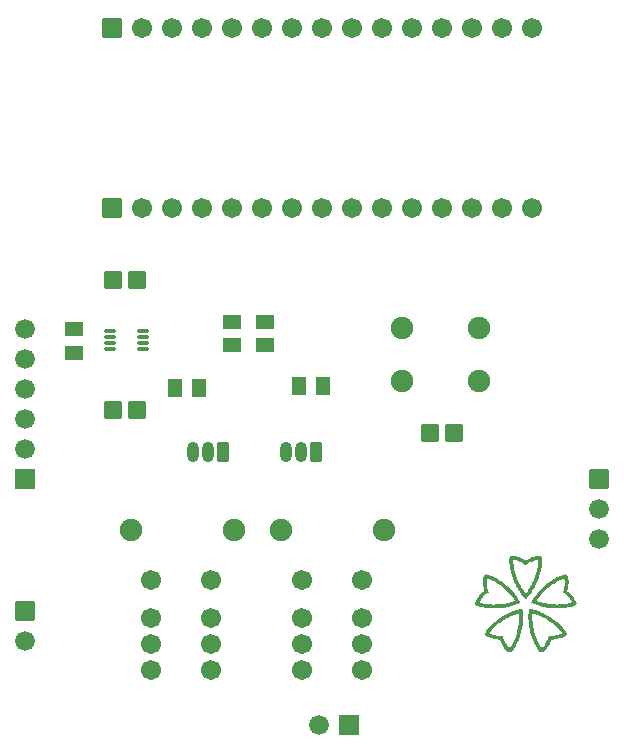
<source format=gts>
G04 Layer: TopSolderMaskLayer*
G04 EasyEDA v6.5.22, 2023-11-14 22:50:32*
G04 e9b09aeb9267423f9454c27dff36c41a,e380eaf7f1bc463bad4fc33596f4f57f,10*
G04 Gerber Generator version 0.2*
G04 Scale: 100 percent, Rotated: No, Reflected: No *
G04 Dimensions in millimeters *
G04 leading zeros omitted , absolute positions ,4 integer and 5 decimal *
%FSLAX45Y45*%
%MOMM*%

%AMMACRO1*1,1,$1,$2,$3*1,1,$1,$4,$5*1,1,$1,0-$2,0-$3*1,1,$1,0-$4,0-$5*20,1,$1,$2,$3,$4,$5,0*20,1,$1,$4,$5,0-$2,0-$3,0*20,1,$1,0-$2,0-$3,0-$4,0-$5,0*20,1,$1,0-$4,0-$5,$2,$3,0*4,1,4,$2,$3,$4,$5,0-$2,0-$3,0-$4,0-$5,$2,$3,0*%
%ADD10MACRO1,0.1016X0.705X0.675X0.705X-0.675*%
%ADD11MACRO1,0.1016X-0.705X0.675X-0.705X-0.675*%
%ADD12C,1.9016*%
%ADD13MACRO1,0.1016X-0.705X-0.675X-0.705X0.675*%
%ADD14MACRO1,0.1016X0.705X-0.675X0.705X0.675*%
%ADD15MACRO1,0.1016X0.7874X-0.7874X-0.7874X-0.7874*%
%ADD16C,1.6764*%
%ADD17R,1.6764X1.6764*%
%ADD18MACRO1,0.1016X0.7874X0.7874X0.7874X-0.7874*%
%ADD19O,1.0015981999999999X1.7015968*%
%ADD20MACRO1,0.1016X-0.45X0.8X0.45X0.8*%
%ADD21MACRO1,0.1016X0.5663X0.6885X0.5663X-0.6885*%
%ADD22MACRO1,0.1016X-0.5663X0.6885X-0.5663X-0.6885*%
%ADD23MACRO1,0.1016X-0.6885X0.5663X0.6885X0.5663*%
%ADD24MACRO1,0.1016X-0.6885X-0.5663X0.6885X-0.5663*%
%ADD25MACRO1,0.1016X0.6885X-0.5663X-0.6885X-0.5663*%
%ADD26MACRO1,0.1016X0.6885X0.5663X-0.6885X0.5663*%
%ADD27MACRO1,0.1016X0.8X-0.8X-0.8X-0.8*%
%ADD28C,1.7016*%
%ADD29O,1.006602X0.38160960000000005*%
%ADD30O,0.0107X0.38160960000000005*%

%LPD*%
G36*
X5325364Y3061716D02*
G01*
X5317642Y3061411D01*
X5314035Y3060903D01*
X5310682Y3059988D01*
X5307584Y3058566D01*
X5304739Y3056534D01*
X5302300Y3053740D01*
X5300167Y3050184D01*
X5298490Y3045663D01*
X5297220Y3040075D01*
X5296408Y3033369D01*
X5296154Y3025394D01*
X5296283Y3016504D01*
X5329936Y3016504D01*
X5330139Y3021076D01*
X5331002Y3024428D01*
X5332831Y3026460D01*
X5336032Y3027172D01*
X5338876Y3026968D01*
X5342483Y3026359D01*
X5351678Y3023870D01*
X5357114Y3022092D01*
X5369356Y3017316D01*
X5383123Y3011068D01*
X5397855Y3003499D01*
X5412994Y2994609D01*
X5420614Y2989681D01*
X5428183Y2984449D01*
X5435600Y2978912D01*
X5443016Y2984449D01*
X5458155Y2994609D01*
X5473344Y3003499D01*
X5488025Y3011068D01*
X5501690Y3017316D01*
X5513832Y3022092D01*
X5524042Y3025292D01*
X5528208Y3026359D01*
X5531662Y3026968D01*
X5534406Y3027172D01*
X5538063Y3026460D01*
X5540095Y3024428D01*
X5541060Y3021076D01*
X5541264Y3016504D01*
X5541060Y3006344D01*
X5540400Y2995777D01*
X5539333Y2984957D01*
X5537809Y2973882D01*
X5535930Y2962503D01*
X5533644Y2950972D01*
X5530951Y2939237D01*
X5527903Y2927400D01*
X5524500Y2915412D01*
X5520690Y2903372D01*
X5516575Y2891282D01*
X5512155Y2879140D01*
X5507380Y2867050D01*
X5502300Y2855061D01*
X5496915Y2843123D01*
X5491226Y2831287D01*
X5485231Y2819654D01*
X5478983Y2808173D01*
X5472480Y2796946D01*
X5465724Y2785973D01*
X5458714Y2775254D01*
X5451500Y2764891D01*
X5444032Y2754884D01*
X5436362Y2745232D01*
X5434838Y2745232D01*
X5426913Y2754884D01*
X5419293Y2764891D01*
X5411876Y2775254D01*
X5404764Y2785973D01*
X5397906Y2796946D01*
X5391353Y2808173D01*
X5385054Y2819654D01*
X5379059Y2831287D01*
X5373420Y2843123D01*
X5368036Y2855061D01*
X5363006Y2867050D01*
X5358282Y2879140D01*
X5353913Y2891282D01*
X5349849Y2903372D01*
X5346192Y2915412D01*
X5342839Y2927400D01*
X5339892Y2939237D01*
X5337302Y2950972D01*
X5335066Y2962503D01*
X5333238Y2973882D01*
X5331815Y2984957D01*
X5330748Y2995777D01*
X5330139Y3006344D01*
X5329936Y3016504D01*
X5296283Y3016504D01*
X5297170Y2999841D01*
X5299456Y2978353D01*
X5303062Y2956052D01*
X5305298Y2944672D01*
X5307888Y2933192D01*
X5310784Y2921609D01*
X5313984Y2909925D01*
X5317490Y2898190D01*
X5321300Y2886405D01*
X5325414Y2874619D01*
X5329834Y2862834D01*
X5334558Y2851048D01*
X5339537Y2839364D01*
X5350459Y2816148D01*
X5356301Y2804718D01*
X5362498Y2793441D01*
X5368950Y2782316D01*
X5375656Y2771343D01*
X5382666Y2760624D01*
X5389930Y2750108D01*
X5397500Y2739796D01*
X5405323Y2729788D01*
X5413451Y2720086D01*
X5421782Y2710688D01*
X5434838Y2697226D01*
X5436362Y2697226D01*
X5445099Y2706116D01*
X5453634Y2715361D01*
X5461863Y2724912D01*
X5469788Y2734767D01*
X5477510Y2744927D01*
X5484926Y2755341D01*
X5492089Y2765958D01*
X5498947Y2776829D01*
X5505500Y2787853D01*
X5511850Y2799080D01*
X5517845Y2810408D01*
X5523585Y2821940D01*
X5529021Y2833522D01*
X5534202Y2845206D01*
X5539028Y2856941D01*
X5543600Y2868726D01*
X5547868Y2880512D01*
X5551830Y2892298D01*
X5555488Y2904032D01*
X5558840Y2915767D01*
X5561888Y2927400D01*
X5564632Y2938932D01*
X5567070Y2950362D01*
X5569153Y2961690D01*
X5570931Y2972816D01*
X5572404Y2983788D01*
X5573572Y2994558D01*
X5574385Y3005074D01*
X5574893Y3015386D01*
X5575046Y3025394D01*
X5574385Y3036874D01*
X5572556Y3045663D01*
X5569813Y3052064D01*
X5566359Y3056534D01*
X5562447Y3059328D01*
X5558332Y3060903D01*
X5554218Y3061563D01*
X5550408Y3061716D01*
X5546598Y3061563D01*
X5537454Y3060344D01*
X5526633Y3058058D01*
X5514492Y3054807D01*
X5501538Y3050692D01*
X5488228Y3045917D01*
X5474970Y3040532D01*
X5462270Y3034690D01*
X5450484Y3028594D01*
X5445099Y3025444D01*
X5440121Y3022244D01*
X5435600Y3019044D01*
X5431129Y3022244D01*
X5420918Y3028594D01*
X5409488Y3034690D01*
X5397195Y3040532D01*
X5384495Y3045917D01*
X5371744Y3050692D01*
X5359450Y3054807D01*
X5347919Y3058058D01*
X5337606Y3060344D01*
X5328970Y3061563D01*
G37*
G36*
X5770321Y2902102D02*
G01*
X5764631Y2901645D01*
X5757976Y2900324D01*
X5750306Y2898140D01*
X5740806Y2894888D01*
X5731154Y2891282D01*
X5721350Y2887268D01*
X5701436Y2878124D01*
X5681268Y2867456D01*
X5671108Y2861665D01*
X5660948Y2855468D01*
X5650788Y2848965D01*
X5640679Y2842158D01*
X5630621Y2835046D01*
X5620613Y2827629D01*
X5610707Y2819958D01*
X5600903Y2811983D01*
X5591200Y2803702D01*
X5581700Y2795219D01*
X5572353Y2786430D01*
X5554218Y2768244D01*
X5537047Y2749092D01*
X5528868Y2739237D01*
X5520944Y2729179D01*
X5513374Y2718917D01*
X5506110Y2708503D01*
X5499201Y2697886D01*
X5488855Y2680462D01*
X5527040Y2680462D01*
X5533745Y2690926D01*
X5540908Y2701290D01*
X5548426Y2711500D01*
X5556402Y2721559D01*
X5564682Y2731465D01*
X5573318Y2741168D01*
X5582208Y2750616D01*
X5591403Y2759913D01*
X5600852Y2768904D01*
X5610504Y2777642D01*
X5620359Y2786126D01*
X5630316Y2794304D01*
X5640425Y2802178D01*
X5650636Y2809748D01*
X5660948Y2816961D01*
X5671261Y2823768D01*
X5681624Y2830271D01*
X5691936Y2836316D01*
X5702249Y2842006D01*
X5712460Y2847238D01*
X5722569Y2852013D01*
X5732576Y2856382D01*
X5742432Y2860243D01*
X5752084Y2863596D01*
X5756249Y2864561D01*
X5759500Y2864764D01*
X5761939Y2863697D01*
X5763514Y2860802D01*
X5764326Y2858058D01*
X5765444Y2850134D01*
X5765901Y2839415D01*
X5765546Y2826359D01*
X5764225Y2811475D01*
X5761837Y2795168D01*
X5760212Y2786634D01*
X5758230Y2777896D01*
X5755944Y2769108D01*
X5753303Y2760218D01*
X5750306Y2751328D01*
X5757824Y2746044D01*
X5765088Y2740558D01*
X5772099Y2734919D01*
X5785053Y2723388D01*
X5796534Y2711907D01*
X5806338Y2700883D01*
X5814314Y2690876D01*
X5817565Y2686405D01*
X5822442Y2678684D01*
X5824016Y2675585D01*
X5824982Y2673096D01*
X5825490Y2669235D01*
X5824372Y2666542D01*
X5821578Y2664409D01*
X5817108Y2662428D01*
X5807405Y2659481D01*
X5797245Y2656840D01*
X5786729Y2654503D01*
X5775756Y2652522D01*
X5764479Y2650794D01*
X5752846Y2649423D01*
X5740958Y2648356D01*
X5728868Y2647594D01*
X5716473Y2647188D01*
X5703976Y2647035D01*
X5684875Y2647442D01*
X5659170Y2649118D01*
X5646216Y2650388D01*
X5633262Y2652014D01*
X5620359Y2653944D01*
X5607558Y2656179D01*
X5594807Y2658719D01*
X5582208Y2661615D01*
X5569762Y2664815D01*
X5557520Y2668320D01*
X5545531Y2672130D01*
X5528056Y2678430D01*
X5527040Y2680462D01*
X5488855Y2680462D01*
X5480812Y2665222D01*
X5481828Y2663444D01*
X5493004Y2657856D01*
X5504383Y2652623D01*
X5516016Y2647746D01*
X5527802Y2643225D01*
X5539841Y2639009D01*
X5551982Y2635199D01*
X5564276Y2631643D01*
X5576722Y2628493D01*
X5589219Y2625598D01*
X5601817Y2623058D01*
X5614466Y2620822D01*
X5627116Y2618943D01*
X5639816Y2617317D01*
X5652465Y2615996D01*
X5665114Y2614980D01*
X5677712Y2614269D01*
X5702655Y2613710D01*
X5714949Y2613812D01*
X5727090Y2614218D01*
X5750915Y2615844D01*
X5762548Y2617063D01*
X5773928Y2618536D01*
X5795975Y2622194D01*
X5816854Y2626868D01*
X5826810Y2629560D01*
X5836412Y2632456D01*
X5847181Y2636570D01*
X5855055Y2640990D01*
X5860389Y2645664D01*
X5863590Y2650388D01*
X5865063Y2655112D01*
X5865266Y2659634D01*
X5864555Y2663901D01*
X5861659Y2672283D01*
X5859576Y2677058D01*
X5854395Y2687116D01*
X5847994Y2697683D01*
X5840628Y2708452D01*
X5832449Y2719222D01*
X5823712Y2729738D01*
X5814669Y2739745D01*
X5805474Y2748940D01*
X5796432Y2757119D01*
X5787644Y2764028D01*
X5790793Y2774696D01*
X5793384Y2786837D01*
X5795416Y2799943D01*
X5796838Y2813558D01*
X5797753Y2827223D01*
X5798058Y2840583D01*
X5797854Y2853080D01*
X5797042Y2864307D01*
X5795670Y2873806D01*
X5793740Y2881122D01*
X5791047Y2888437D01*
X5789472Y2891688D01*
X5787542Y2894685D01*
X5785256Y2897225D01*
X5782513Y2899359D01*
X5779160Y2900883D01*
X5775096Y2901848D01*
G37*
G36*
X5100878Y2902102D02*
G01*
X5096103Y2901848D01*
X5092039Y2900883D01*
X5088686Y2899359D01*
X5085943Y2897225D01*
X5083657Y2894685D01*
X5081727Y2891688D01*
X5080152Y2888437D01*
X5077460Y2881122D01*
X5075529Y2873806D01*
X5074158Y2864307D01*
X5073345Y2853080D01*
X5073142Y2840583D01*
X5073446Y2827223D01*
X5074361Y2813558D01*
X5075783Y2799943D01*
X5077815Y2786837D01*
X5080406Y2774696D01*
X5083556Y2764028D01*
X5079187Y2760726D01*
X5070094Y2752953D01*
X5060746Y2743962D01*
X5051298Y2733954D01*
X5042103Y2723337D01*
X5033467Y2712415D01*
X5025542Y2701442D01*
X5018684Y2690825D01*
X5013147Y2680868D01*
X5009184Y2671826D01*
X5008342Y2669235D01*
X5045710Y2669235D01*
X5046218Y2673096D01*
X5047183Y2675585D01*
X5048758Y2678684D01*
X5053634Y2686405D01*
X5060645Y2695752D01*
X5069535Y2706319D01*
X5074666Y2711907D01*
X5086146Y2723388D01*
X5099100Y2734919D01*
X5106111Y2740558D01*
X5113375Y2746044D01*
X5120894Y2751328D01*
X5117896Y2760218D01*
X5115306Y2769108D01*
X5113020Y2777998D01*
X5111140Y2786786D01*
X5109565Y2795371D01*
X5107279Y2811830D01*
X5106111Y2826918D01*
X5105857Y2840126D01*
X5106416Y2850896D01*
X5107635Y2858820D01*
X5108448Y2861564D01*
X5110124Y2864510D01*
X5112562Y2865628D01*
X5115763Y2865424D01*
X5119878Y2864358D01*
X5129580Y2861005D01*
X5139436Y2857144D01*
X5149392Y2852775D01*
X5159552Y2847949D01*
X5169712Y2842666D01*
X5179974Y2836976D01*
X5190286Y2830880D01*
X5200599Y2824378D01*
X5210911Y2817469D01*
X5221122Y2810205D01*
X5231282Y2802636D01*
X5241340Y2794711D01*
X5251297Y2786481D01*
X5265877Y2773578D01*
X5275376Y2764637D01*
X5284622Y2755442D01*
X5293664Y2746044D01*
X5302351Y2736443D01*
X5310784Y2726639D01*
X5318861Y2716631D01*
X5326583Y2706471D01*
X5333949Y2696159D01*
X5344160Y2680462D01*
X5343144Y2678430D01*
X5331561Y2674162D01*
X5319674Y2670149D01*
X5307584Y2666492D01*
X5295239Y2663190D01*
X5282742Y2660142D01*
X5270042Y2657449D01*
X5257241Y2655011D01*
X5244388Y2652928D01*
X5231485Y2651201D01*
X5218531Y2649728D01*
X5205577Y2648559D01*
X5192725Y2647746D01*
X5179923Y2647238D01*
X5160924Y2647086D01*
X5148478Y2647340D01*
X5136235Y2647950D01*
X5124246Y2648864D01*
X5112512Y2650083D01*
X5101031Y2651607D01*
X5089906Y2653487D01*
X5079187Y2655620D01*
X5068824Y2658110D01*
X5054092Y2662428D01*
X5049621Y2664409D01*
X5046827Y2666542D01*
X5045710Y2669235D01*
X5008342Y2669235D01*
X5006644Y2663901D01*
X5005933Y2659634D01*
X5006136Y2655112D01*
X5007610Y2650388D01*
X5010810Y2645664D01*
X5016144Y2640990D01*
X5024018Y2636570D01*
X5034788Y2632456D01*
X5044389Y2629560D01*
X5054346Y2626868D01*
X5075224Y2622194D01*
X5097272Y2618536D01*
X5108651Y2617063D01*
X5120284Y2615844D01*
X5144109Y2614218D01*
X5156250Y2613812D01*
X5180990Y2613863D01*
X5193487Y2614269D01*
X5206085Y2614980D01*
X5218734Y2615996D01*
X5231384Y2617317D01*
X5244084Y2618943D01*
X5256733Y2620822D01*
X5269382Y2623058D01*
X5281980Y2625598D01*
X5294477Y2628493D01*
X5306923Y2631643D01*
X5319217Y2635199D01*
X5331358Y2639009D01*
X5343398Y2643225D01*
X5355183Y2647746D01*
X5366816Y2652623D01*
X5378196Y2657856D01*
X5389372Y2663444D01*
X5390388Y2665222D01*
X5384647Y2676245D01*
X5378500Y2687167D01*
X5371998Y2697886D01*
X5365089Y2708503D01*
X5357825Y2718917D01*
X5350256Y2729179D01*
X5342331Y2739237D01*
X5334152Y2749092D01*
X5316982Y2768244D01*
X5298846Y2786430D01*
X5289499Y2795219D01*
X5279999Y2803702D01*
X5270296Y2811983D01*
X5260492Y2819958D01*
X5250586Y2827629D01*
X5240578Y2835046D01*
X5230520Y2842158D01*
X5220411Y2848965D01*
X5210251Y2855468D01*
X5200091Y2861665D01*
X5179822Y2872943D01*
X5169763Y2878124D01*
X5149850Y2887268D01*
X5140045Y2891282D01*
X5130393Y2894888D01*
X5120894Y2898140D01*
X5113223Y2900324D01*
X5106568Y2901645D01*
G37*
G36*
X5464810Y2611120D02*
G01*
X5463286Y2610104D01*
X5461457Y2597759D01*
X5459984Y2585313D01*
X5458968Y2572715D01*
X5458307Y2560066D01*
X5458053Y2545994D01*
X5490768Y2545994D01*
X5490921Y2558592D01*
X5491480Y2570988D01*
X5492496Y2572004D01*
X5504637Y2568854D01*
X5516829Y2565247D01*
X5528970Y2561183D01*
X5541111Y2556713D01*
X5553151Y2551887D01*
X5565140Y2546654D01*
X5577027Y2541066D01*
X5588812Y2535174D01*
X5600395Y2528976D01*
X5611774Y2522524D01*
X5623001Y2515768D01*
X5633923Y2508808D01*
X5644642Y2501595D01*
X5655056Y2494229D01*
X5665165Y2486660D01*
X5674918Y2478938D01*
X5684316Y2471115D01*
X5693359Y2463190D01*
X5701944Y2455164D01*
X5710123Y2447036D01*
X5717794Y2438908D01*
X5725007Y2430780D01*
X5731713Y2422652D01*
X5737860Y2414524D01*
X5740247Y2410866D01*
X5741720Y2407767D01*
X5741466Y2405176D01*
X5736590Y2401519D01*
X5733389Y2399792D01*
X5729478Y2398014D01*
X5719368Y2394356D01*
X5706719Y2390698D01*
X5691936Y2387346D01*
X5675579Y2384552D01*
X5657951Y2382520D01*
X5648807Y2381859D01*
X5639511Y2381554D01*
X5630164Y2381504D01*
X5627522Y2372766D01*
X5624525Y2364181D01*
X5621274Y2355799D01*
X5617768Y2347671D01*
X5610352Y2332380D01*
X5602681Y2318562D01*
X5595162Y2306675D01*
X5588254Y2296972D01*
X5582310Y2289911D01*
X5579872Y2287422D01*
X5577840Y2285746D01*
X5574233Y2284069D01*
X5571134Y2284476D01*
X5567984Y2286609D01*
X5564378Y2290064D01*
X5558688Y2298344D01*
X5553151Y2307132D01*
X5547817Y2316480D01*
X5542584Y2326233D01*
X5537555Y2336495D01*
X5532729Y2347112D01*
X5528106Y2358085D01*
X5523687Y2369464D01*
X5519521Y2381097D01*
X5515559Y2393035D01*
X5511850Y2405176D01*
X5508396Y2417572D01*
X5505246Y2430119D01*
X5502351Y2442819D01*
X5498541Y2462123D01*
X5496407Y2475077D01*
X5494629Y2488031D01*
X5493156Y2500985D01*
X5491988Y2513939D01*
X5491226Y2526842D01*
X5490768Y2545994D01*
X5458053Y2545994D01*
X5458155Y2534513D01*
X5458612Y2521661D01*
X5459425Y2508859D01*
X5460542Y2496007D01*
X5462016Y2483205D01*
X5463794Y2470454D01*
X5465876Y2457754D01*
X5469534Y2438857D01*
X5472328Y2426411D01*
X5475376Y2414117D01*
X5482285Y2389936D01*
X5486044Y2378151D01*
X5490057Y2366518D01*
X5498744Y2344064D01*
X5503367Y2333193D01*
X5508142Y2322677D01*
X5513120Y2312416D01*
X5518251Y2302459D01*
X5523534Y2292908D01*
X5528970Y2283663D01*
X5534507Y2274874D01*
X5543042Y2262378D01*
X5550408Y2253640D01*
X5557113Y2247747D01*
X5563260Y2244191D01*
X5568746Y2242718D01*
X5573725Y2242718D01*
X5578195Y2243937D01*
X5582158Y2245868D01*
X5585714Y2248154D01*
X5591657Y2253386D01*
X5598566Y2260701D01*
X5606135Y2269794D01*
X5614111Y2280208D01*
X5622137Y2291638D01*
X5630011Y2303627D01*
X5637326Y2315768D01*
X5643880Y2327808D01*
X5649264Y2339238D01*
X5653278Y2349754D01*
X5664454Y2350008D01*
X5676747Y2351278D01*
X5689854Y2353411D01*
X5703265Y2356307D01*
X5716574Y2359710D01*
X5729427Y2363571D01*
X5741314Y2367635D01*
X5751880Y2371852D01*
X5760669Y2376017D01*
X5767324Y2379980D01*
X5773267Y2384856D01*
X5775858Y2387396D01*
X5778093Y2390140D01*
X5779820Y2393137D01*
X5780989Y2396439D01*
X5781446Y2400147D01*
X5781090Y2404313D01*
X5779922Y2408986D01*
X5777687Y2414270D01*
X5774385Y2420264D01*
X5766917Y2430983D01*
X5760720Y2439009D01*
X5754116Y2447036D01*
X5747054Y2455113D01*
X5739638Y2463139D01*
X5723636Y2479090D01*
X5715152Y2486964D01*
X5697118Y2502458D01*
X5677865Y2517495D01*
X5667857Y2524810D01*
X5657596Y2531922D01*
X5647080Y2538882D01*
X5625388Y2552192D01*
X5608574Y2561539D01*
X5597194Y2567482D01*
X5585612Y2573121D01*
X5573928Y2578506D01*
X5562092Y2583586D01*
X5550154Y2588310D01*
X5538114Y2592730D01*
X5526024Y2596794D01*
X5513832Y2600452D01*
X5501589Y2603754D01*
X5489346Y2606649D01*
X5477103Y2609088D01*
G37*
G36*
X5406390Y2611120D02*
G01*
X5394096Y2609088D01*
X5381853Y2606649D01*
X5369610Y2603754D01*
X5357368Y2600452D01*
X5345176Y2596794D01*
X5333085Y2592730D01*
X5321046Y2588310D01*
X5309108Y2583586D01*
X5297271Y2578506D01*
X5285587Y2573121D01*
X5274005Y2567482D01*
X5262626Y2561539D01*
X5245811Y2552192D01*
X5224119Y2538882D01*
X5213604Y2531922D01*
X5203342Y2524810D01*
X5193334Y2517495D01*
X5174081Y2502458D01*
X5156047Y2486964D01*
X5147564Y2479090D01*
X5131562Y2463139D01*
X5124145Y2455113D01*
X5117084Y2447036D01*
X5110480Y2439009D01*
X5101336Y2426970D01*
X5095036Y2417165D01*
X5091277Y2408986D01*
X5091002Y2407767D01*
X5129479Y2407767D01*
X5130952Y2410866D01*
X5133340Y2414524D01*
X5139486Y2422652D01*
X5146192Y2430780D01*
X5153406Y2438908D01*
X5161076Y2447036D01*
X5169255Y2455164D01*
X5177840Y2463190D01*
X5186883Y2471115D01*
X5196281Y2478938D01*
X5206034Y2486660D01*
X5216144Y2494229D01*
X5226558Y2501595D01*
X5237276Y2508808D01*
X5248198Y2515768D01*
X5259425Y2522524D01*
X5270804Y2528976D01*
X5282387Y2535174D01*
X5294172Y2541066D01*
X5306060Y2546654D01*
X5318048Y2551887D01*
X5330088Y2556713D01*
X5342229Y2561183D01*
X5354370Y2565247D01*
X5366562Y2568854D01*
X5378704Y2572004D01*
X5379720Y2570988D01*
X5380278Y2558592D01*
X5380431Y2545994D01*
X5380228Y2533243D01*
X5379618Y2520391D01*
X5378653Y2507488D01*
X5377383Y2494534D01*
X5375706Y2481529D01*
X5373725Y2468575D01*
X5370220Y2449220D01*
X5364429Y2423820D01*
X5361127Y2411374D01*
X5357520Y2399080D01*
X5353710Y2387041D01*
X5349646Y2375255D01*
X5345328Y2363724D01*
X5340807Y2352548D01*
X5336082Y2341727D01*
X5331155Y2331313D01*
X5326024Y2321306D01*
X5320741Y2311755D01*
X5315305Y2302662D01*
X5306822Y2290064D01*
X5303215Y2286609D01*
X5300065Y2284476D01*
X5296966Y2284069D01*
X5293360Y2285746D01*
X5291328Y2287422D01*
X5286095Y2293112D01*
X5282946Y2296972D01*
X5276037Y2306675D01*
X5268518Y2318562D01*
X5260848Y2332380D01*
X5253431Y2347671D01*
X5249926Y2355799D01*
X5246674Y2364181D01*
X5243677Y2372766D01*
X5241036Y2381504D01*
X5231739Y2381554D01*
X5222494Y2381859D01*
X5213350Y2382520D01*
X5195773Y2384552D01*
X5179364Y2387346D01*
X5164582Y2390698D01*
X5157927Y2392476D01*
X5146497Y2396185D01*
X5137810Y2399792D01*
X5134610Y2401519D01*
X5129733Y2405176D01*
X5129479Y2407767D01*
X5091002Y2407767D01*
X5089753Y2402230D01*
X5090007Y2396642D01*
X5091785Y2391968D01*
X5094681Y2388057D01*
X5098338Y2384602D01*
X5105450Y2379218D01*
X5109108Y2376932D01*
X5118049Y2372360D01*
X5128717Y2367838D01*
X5140706Y2363571D01*
X5153660Y2359609D01*
X5167122Y2356154D01*
X5180685Y2353310D01*
X5193944Y2351227D01*
X5206492Y2350008D01*
X5217922Y2349754D01*
X5221732Y2339390D01*
X5226710Y2328265D01*
X5232654Y2316683D01*
X5239308Y2304999D01*
X5246522Y2293467D01*
X5254142Y2282393D01*
X5261914Y2272182D01*
X5269687Y2262987D01*
X5277256Y2255215D01*
X5280914Y2251964D01*
X5288026Y2246579D01*
X5292039Y2244394D01*
X5296509Y2242972D01*
X5301538Y2242820D01*
X5307076Y2244293D01*
X5313172Y2247747D01*
X5319826Y2253640D01*
X5327142Y2262378D01*
X5332882Y2270607D01*
X5338521Y2279243D01*
X5344058Y2288235D01*
X5349443Y2297633D01*
X5354726Y2307386D01*
X5359857Y2317496D01*
X5364835Y2327910D01*
X5369610Y2338578D01*
X5374233Y2349601D01*
X5382818Y2372309D01*
X5386832Y2383993D01*
X5392369Y2401925D01*
X5398871Y2426411D01*
X5401716Y2438857D01*
X5404307Y2451455D01*
X5406593Y2464104D01*
X5408574Y2476804D01*
X5410250Y2489606D01*
X5412079Y2508859D01*
X5412892Y2521661D01*
X5413349Y2534513D01*
X5413451Y2547315D01*
X5413146Y2560066D01*
X5412486Y2572715D01*
X5411368Y2585313D01*
X5409844Y2597759D01*
X5407914Y2610104D01*
G37*
D10*
G01*
X4624397Y4102100D03*
D11*
G01*
X4824402Y4102100D03*
D12*
G01*
X5036820Y4537455D03*
G01*
X5036820Y4987544D03*
G01*
X4386579Y4537455D03*
G01*
X4386579Y4987544D03*
D10*
G01*
X1944697Y4292600D03*
D11*
G01*
X2144702Y4292600D03*
D13*
G01*
X2144702Y5397500D03*
D14*
G01*
X1944697Y5397500D03*
D12*
G01*
X2962300Y3276600D03*
G01*
X2092299Y3276600D03*
G01*
X4232300Y3276600D03*
G01*
X3362299Y3276600D03*
D15*
G01*
X1193800Y2590800D03*
D16*
G01*
X1193800Y2336800D03*
D17*
G01*
X3937000Y1625600D03*
D16*
G01*
X3683000Y1625600D03*
G01*
X1193800Y4978400D03*
G01*
X1193800Y4724400D03*
G01*
X1193800Y4470400D03*
G01*
X1193800Y4216400D03*
G01*
X1193800Y3962400D03*
D17*
G01*
X1193800Y3708400D03*
D16*
G01*
X6057900Y3200400D03*
G01*
X6057900Y3454400D03*
D18*
G01*
X6057900Y3708400D03*
D19*
G01*
X2616200Y3937000D03*
G01*
X2743200Y3937000D03*
D20*
G01*
X2870201Y3937000D03*
D19*
G01*
X3403600Y3937000D03*
G01*
X3530600Y3937000D03*
D20*
G01*
X3657601Y3937000D03*
D21*
G01*
X2465395Y4483100D03*
D22*
G01*
X2665404Y4483100D03*
D23*
G01*
X2946400Y4840295D03*
D24*
G01*
X2946400Y5040304D03*
D23*
G01*
X3225800Y4840295D03*
D24*
G01*
X3225800Y5040304D03*
D21*
G01*
X3519495Y4495800D03*
D22*
G01*
X3719504Y4495800D03*
D25*
G01*
X1612900Y4976804D03*
D26*
G01*
X1612900Y4776795D03*
D27*
G01*
X1930399Y6007100D03*
D28*
G01*
X2184400Y7531100D03*
G01*
X2692400Y7531100D03*
G01*
X3200400Y7531100D03*
G01*
X3708400Y7531100D03*
G01*
X4216400Y7531100D03*
G01*
X4724400Y7531100D03*
G01*
X5232400Y7531100D03*
G01*
X5486400Y6007100D03*
G01*
X4978400Y6007100D03*
G01*
X4470400Y6007100D03*
G01*
X3962400Y6007100D03*
G01*
X3454400Y6007100D03*
G01*
X2946400Y6007100D03*
G01*
X2438400Y6007100D03*
G01*
X2184400Y6007100D03*
G01*
X2692400Y6007100D03*
G01*
X3200400Y6007100D03*
G01*
X3708400Y6007100D03*
G01*
X4216400Y6007100D03*
G01*
X4724400Y6007100D03*
G01*
X5232400Y6007100D03*
G01*
X5486400Y7531100D03*
G01*
X4978400Y7531100D03*
G01*
X4470400Y7531100D03*
G01*
X3962400Y7531100D03*
G01*
X3454400Y7531100D03*
G01*
X2946400Y7531100D03*
G01*
X2438400Y7531100D03*
D27*
G01*
X1930399Y7531100D03*
D29*
G01*
X2197658Y4814493D03*
G01*
X2197658Y4864506D03*
G01*
X2197658Y4914493D03*
G01*
X2197658Y4964506D03*
G01*
X1917141Y4814493D03*
G01*
X1917141Y4864506D03*
G01*
X1917141Y4914493D03*
G01*
X1917141Y4964506D03*
D28*
G01*
X2260600Y2856484D03*
G01*
X2260600Y2536444D03*
G01*
X2260600Y2316479D03*
G01*
X2260600Y2096515D03*
G01*
X2768600Y2096515D03*
G01*
X2768600Y2316479D03*
G01*
X2768600Y2536444D03*
G01*
X2768600Y2856458D03*
G01*
X3543300Y2856484D03*
G01*
X3543300Y2536444D03*
G01*
X3543300Y2316479D03*
G01*
X3543300Y2096515D03*
G01*
X4051300Y2096515D03*
G01*
X4051300Y2316479D03*
G01*
X4051300Y2536444D03*
G01*
X4051300Y2856458D03*
M02*

</source>
